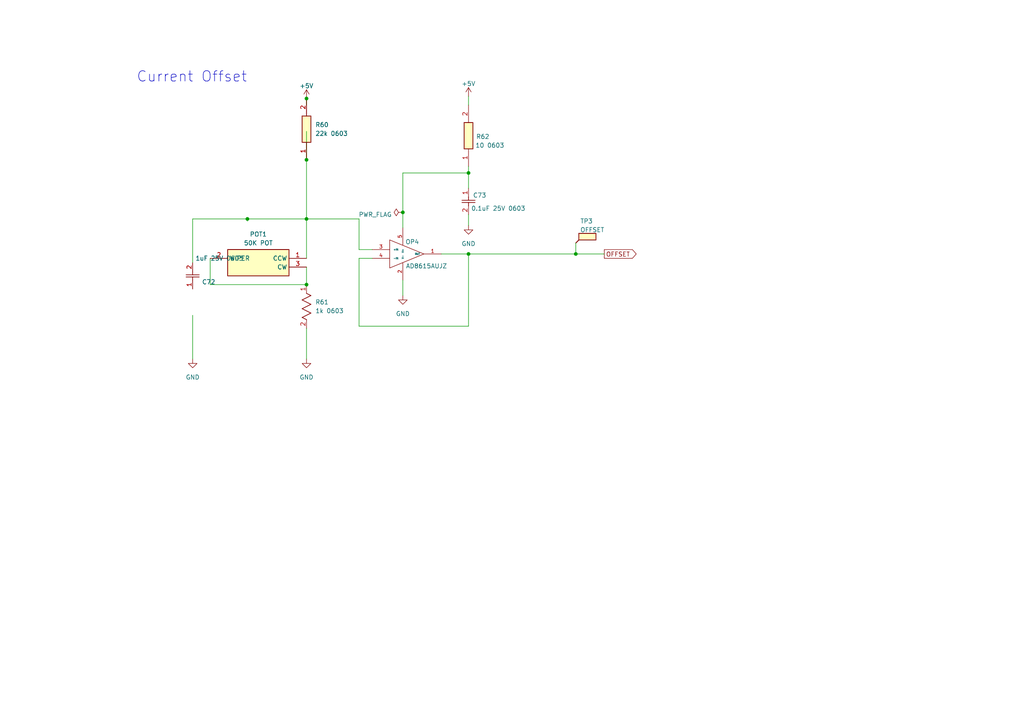
<source format=kicad_sch>
(kicad_sch (version 20231120) (generator "eeschema") (generator_version "8.0")
  (paper "A4")
  (lib_symbols
    (symbol "AD8615:AD8615AUJZ" (pin_names (offset 1.016))
      (property "Reference" "OP" (at 3.556 -12.954 0))
      (property "Value" "AD8615AUJZ" (at 8.128 -21.59 0))
      (symbol "AD8615AUJZ_0_0"
        (pin output line (at 11.176 -17.78 180) (length 5.08) (name "OUT") (number "1"))
        (pin power_in line (at 0 -25.4 90) (length 5.08) (name "V-") (number "2"))
        (pin input line (at -8.89 -16.51 0) (length 5.08) (name "+IN") (number "3"))
        (pin input line (at -8.89 -19.05 0) (length 5.08) (name "-IN") (number "4"))
        (pin power_in line (at 0 -10.16 270) (length 5.08) (name "V+") (number "5"))
      )
      (symbol "AD8615AUJZ_0_1"
        (polyline (pts (xy -3.81 -13.716) (xy -3.81 -21.844) (xy 6.096 -17.78) (xy -3.81 -13.716)))
      )
    )
    (symbol "C0603C105K3RAC7411:C0603C105K3RAC7411" (pin_names (offset 0.254))
      (property "Reference" "C" (at 3.81 3.81 0))
      (property "Value" "C0603C105K3RAC7411" (at 3.81 -3.81 0))
      (symbol "C0603C105K3RAC7411_1_1"
        (polyline (pts (xy 2.54 0) (xy 3.4798 0)) (stroke (width 0.2032)))
        (polyline (pts (xy 3.4798 -1.905) (xy 3.4798 1.905)) (stroke (width 0.2032)))
        (polyline (pts (xy 4.1148 -1.905) (xy 4.1148 1.905)) (stroke (width 0.2032)))
        (polyline (pts (xy 4.1148 0) (xy 5.08 0)) (stroke (width 0.2032)))
        (pin unspecified line (at 0 0 0) (length 2.54) (name "") (number "1"))
        (pin unspecified line (at 7.62 0 180) (length 2.54) (name "") (number "2"))
      )
      (symbol "C0603C105K3RAC7411_1_2"
        (polyline (pts (xy -1.905 -4.1148) (xy 1.905 -4.1148)) (stroke (width 0.2032)))
        (polyline (pts (xy -1.905 -3.4798) (xy 1.905 -3.4798)) (stroke (width 0.2032)))
        (polyline (pts (xy 0 -4.1148) (xy 0 -5.08)) (stroke (width 0.2032)))
        (polyline (pts (xy 0 -2.54) (xy 0 -3.4798)) (stroke (width 0.2032)))
        (pin unspecified line (at 0 0 270) (length 2.54) (name "") (number "1"))
        (pin unspecified line (at 0 -7.62 90) (length 2.54) (name "") (number "2"))
      )
    )
    (symbol "C0603X104M3RAUTO:C0603X104M3RACTU" (pin_names (offset 0.254))
      (property "Reference" "C" (at 3.81 3.81 0))
      (property "Value" "C0603X104M3RACTU" (at 3.81 -3.81 0))
      (symbol "C0603X104M3RACTU_1_1"
        (polyline (pts (xy 2.54 0) (xy 3.4798 0)) (stroke (width 0.2032)))
        (polyline (pts (xy 3.4798 -1.905) (xy 3.4798 1.905)) (stroke (width 0.2032)))
        (polyline (pts (xy 4.1148 -1.905) (xy 4.1148 1.905)) (stroke (width 0.2032)))
        (polyline (pts (xy 4.1148 0) (xy 5.08 0)) (stroke (width 0.2032)))
        (pin unspecified line (at 0 0 0) (length 2.54) (name "") (number "1"))
        (pin unspecified line (at 7.62 0 180) (length 2.54) (name "") (number "2"))
      )
      (symbol "C0603X104M3RACTU_1_2"
        (polyline (pts (xy -1.905 -4.1148) (xy 1.905 -4.1148)) (stroke (width 0.2032)))
        (polyline (pts (xy -1.905 -3.4798) (xy 1.905 -3.4798)) (stroke (width 0.2032)))
        (polyline (pts (xy 0 -4.1148) (xy 0 -5.08)) (stroke (width 0.2032)))
        (polyline (pts (xy 0 -2.54) (xy 0 -3.4798)) (stroke (width 0.2032)))
        (pin unspecified line (at 0 0 270) (length 2.54) (name "") (number "1"))
        (pin unspecified line (at 0 -7.62 90) (length 2.54) (name "") (number "2"))
      )
    )
    (symbol "Connector:TestPoint_Flag" (pin_numbers hide) (pin_names (offset 0.762) hide)
      (property "Reference" "TP" (at 3.429 1.778 0))
      (property "Value" "TestPoint_Flag" (at 3.302 4.191 0))
      (symbol "TestPoint_Flag_0_1"
        (polyline (pts (xy 0 0) (xy 0.889 0.889)) (stroke (width 0.254)))
        (rectangle (start 0.889 2.794) (end 5.842 0.889) (stroke (width 0.254)) (fill (type background)))
      )
      (symbol "TestPoint_Flag_1_1"
        (pin passive line (at 0 0 90) (length 0) (name "1") (number "1"))
      )
    )
    (symbol "ERJ-PA3J100V:ERJ-PA3J100V" (pin_names hide)
      (property "Reference" "R" (at 13.97 6.35 0))
      (property "Value" "ERJ-PA3J100V" (at 13.97 3.81 0))
      (symbol "ERJ-PA3J100V_1_1"
        (rectangle (start 5.08 1.27) (end 12.7 -1.27) (stroke (width 0.254)) (fill (type background)))
        (pin passive line (at 0 0 0) (length 5.08) (name "1") (number "1"))
        (pin passive line (at 17.78 0 180) (length 5.08) (name "2") (number "2"))
      )
    )
    (symbol "ERJPA3F2202V:ERJPA3F2202V" (pin_names hide)
      (property "Reference" "R" (at 13.97 6.35 0))
      (property "Value" "ERJPA3F2202V" (at 13.97 3.81 0))
      (symbol "ERJPA3F2202V_1_1"
        (rectangle (start 5.08 1.27) (end 12.7 -1.27) (stroke (width 0.254)) (fill (type background)))
        (pin passive line (at 0 0 0) (length 5.08) (name "1") (number "1"))
        (pin passive line (at 17.78 0 180) (length 5.08) (name "2") (number "2"))
      )
    )
    (symbol "RCA06031K00FKEAHP:RCA06031K00FKEAHP" (pin_names (offset 0.254))
      (property "Reference" "R" (at 5.715 3.81 0))
      (property "Value" "RCA06031K00FKEAHP" (at 6.35 -3.81 0))
      (symbol "RCA06031K00FKEAHP_1_1"
        (polyline (pts (xy 2.54 0) (xy 3.175 1.27)) (stroke (width 0.2032)))
        (polyline (pts (xy 3.175 1.27) (xy 4.445 -1.27)) (stroke (width 0.2032)))
        (polyline (pts (xy 4.445 -1.27) (xy 5.715 1.27)) (stroke (width 0.2032)))
        (polyline (pts (xy 5.715 1.27) (xy 6.985 -1.27)) (stroke (width 0.2032)))
        (polyline (pts (xy 6.985 -1.27) (xy 8.255 1.27)) (stroke (width 0.2032)))
        (polyline (pts (xy 8.255 1.27) (xy 9.525 -1.27)) (stroke (width 0.2032)))
        (polyline (pts (xy 9.525 -1.27) (xy 10.16 0)) (stroke (width 0.2032)))
        (pin unspecified line (at 0 0 0) (length 2.54) (name "") (number "1"))
        (pin unspecified line (at 12.7 0 180) (length 2.54) (name "") (number "2"))
      )
      (symbol "RCA06031K00FKEAHP_1_2"
        (polyline (pts (xy -1.27 3.175) (xy 1.27 4.445)) (stroke (width 0.2032)))
        (polyline (pts (xy -1.27 5.715) (xy 1.27 6.985)) (stroke (width 0.2032)))
        (polyline (pts (xy -1.27 8.255) (xy 1.27 9.525)) (stroke (width 0.2032)))
        (polyline (pts (xy 0 2.54) (xy -1.27 3.175)) (stroke (width 0.2032)))
        (polyline (pts (xy 1.27 4.445) (xy -1.27 5.715)) (stroke (width 0.2032)))
        (polyline (pts (xy 1.27 6.985) (xy -1.27 8.255)) (stroke (width 0.2032)))
        (polyline (pts (xy 1.27 9.525) (xy 0 10.16)) (stroke (width 0.2032)))
        (pin unspecified line (at 0 12.7 270) (length 2.54) (name "") (number "1"))
        (pin unspecified line (at 0 0 90) (length 2.54) (name "") (number "2"))
      )
    )
    (symbol "SM-42TW503:SM-42TW503"
      (property "Reference" "VR" (at 24.13 7.62 0))
      (property "Value" "SM-42TW503" (at 24.13 5.08 0))
      (symbol "SM-42TW503_1_1"
        (rectangle (start 5.08 2.54) (end 22.86 -5.08) (stroke (width 0.254)) (fill (type background)))
        (pin passive line (at 0 0 0) (length 5.08) (name "CCW") (number "1"))
        (pin passive line (at 27.94 0 180) (length 5.08) (name "WIPER") (number "2"))
        (pin passive line (at 0 -2.54 0) (length 5.08) (name "CW") (number "3"))
      )
    )
    (symbol "power:+5V" (power) (pin_names (offset 0))
      (property "Value" "+5V" (at 0 3.556 0))
      (symbol "+5V_0_1"
        (polyline (pts (xy -0.762 1.27) (xy 0 2.54)))
        (polyline (pts (xy 0 0) (xy 0 2.54)))
        (polyline (pts (xy 0 2.54) (xy 0.762 1.27)))
      )
      (symbol "+5V_1_1"
        (pin power_in line (at 0 0 90) (length 0) hide (name "+5V") (number "1"))
      )
    )
    (symbol "power:GND" (power) (pin_names (offset 0))
      (property "Value" "GND" (at 0 -3.81 0))
      (symbol "GND_0_1"
        (polyline (pts (xy 0 0) (xy 0 -1.27) (xy 1.27 -1.27) (xy 0 -2.54) (xy -1.27 -1.27) (xy 0 -1.27)))
      )
      (symbol "GND_1_1"
        (pin power_in line (at 0 0 270) (length 0) hide (name "GND") (number "1"))
      )
    )
    (symbol "power:PWR_FLAG" (power) (pin_numbers hide) (pin_names (offset 0) hide)
      (property "Value" "PWR_FLAG" (at 0 3.81 0))
      (symbol "PWR_FLAG_0_0"
        (pin power_out line (at 0 0 90) (length 0) (name "pwr") (number "1"))
      )
      (symbol "PWR_FLAG_0_1"
        (polyline (pts (xy 0 0) (xy 0 1.27) (xy -1.016 1.905) (xy 0 2.54) (xy 1.016 1.905) (xy 0 1.27)))
      )
    )
  )
  (junction (at 88.9 82.55))
  (junction (at 167.005 73.66))
  (junction (at 88.9 28.575))
  (junction (at 71.755 63.5))
  (junction (at 135.89 50.165))
  (junction (at 88.9 63.5))
  (junction (at 88.9 46.355))
  (junction (at 135.89 73.66))
  (junction (at 116.84 61.595))
  (wire (pts (xy 128.016 73.66) (xy 135.89 73.66)))
  (wire (pts (xy 135.89 27.94) (xy 135.89 30.48)))
  (wire (pts (xy 116.84 66.04) (xy 116.84 61.595)))
  (wire (pts (xy 107.95 72.39) (xy 104.14 72.39)))
  (wire (pts (xy 104.14 74.93) (xy 107.95 74.93)))
  (wire (pts (xy 167.005 73.66) (xy 175.26 73.66)))
  (wire (pts (xy 60.96 74.93) (xy 60.96 82.55)))
  (wire (pts (xy 116.84 81.28) (xy 116.84 85.725)))
  (wire (pts (xy 88.9 63.5) (xy 88.9 74.93)))
  (wire (pts (xy 88.9 63.5) (xy 71.755 63.5)))
  (wire (pts (xy 104.14 74.93) (xy 104.14 94.615)))
  (wire (pts (xy 135.89 62.23) (xy 135.89 65.405)))
  (wire (pts (xy 60.96 82.55) (xy 88.9 82.55)))
  (wire (pts (xy 88.9 46.355) (xy 88.9 63.5)))
  (wire (pts (xy 135.89 48.26) (xy 135.89 50.165)))
  (wire (pts (xy 116.84 61.595) (xy 116.84 50.165)))
  (wire (pts (xy 55.88 91.44) (xy 55.88 104.14)))
  (wire (pts (xy 104.14 94.615) (xy 135.89 94.615)))
  (wire (pts (xy 71.755 64.135) (xy 71.755 63.5)))
  (wire (pts (xy 116.84 50.165) (xy 135.89 50.165)))
  (wire (pts (xy 135.89 50.165) (xy 135.89 54.61)))
  (wire (pts (xy 88.9 77.47) (xy 88.9 82.55)))
  (wire (pts (xy 88.9 63.5) (xy 104.14 63.5)))
  (wire (pts (xy 88.9 38.1) (xy 88.9 46.355)))
  (wire (pts (xy 167.005 70.485) (xy 167.005 73.66)))
  (wire (pts (xy 135.89 73.66) (xy 135.89 94.615)))
  (wire (pts (xy 71.755 63.5) (xy 55.88 63.5)))
  (wire (pts (xy 88.9 104.14) (xy 88.9 95.25)))
  (wire (pts (xy 104.14 72.39) (xy 104.14 63.5)))
  (wire (pts (xy 135.89 73.66) (xy 167.005 73.66)))
  (wire (pts (xy 88.9 28.575) (xy 88.9 30.48)))
  (wire (pts (xy 55.88 63.5) (xy 55.88 76.2)))
  (text "Current Offset" (at 71.755 24.13 0) (effects (font (size 3 3)) (justify right bottom)))
  (global_label "OFFSET" (shape output) (at 175.26 73.66 0) (property "Intersheetrefs" "${INTERSHEET_REFS}" (effects (hide yes))))
  (symbol (lib_id "ERJPA3F2202V:ERJPA3F2202V") (at 88.9 46.355 90) (unit 1)
    (property "Reference" "R60" (at 91.44 36.1949 90) (effects (justify right)))
    (property "Value" "22k 0603" (at 91.44 38.7349 90) (effects (justify right)))
    (property "Footprint" "just-footprints:RESC1608X55N" (effects (hide yes)))
    (property "Datasheet" "https://industrial.panasonic.com/cdbs/www-data/pdf/RDA0000/AOA0000C243.pdf" (effects (hide yes)))
    (property "Description" "Panasonic ERJPA3 Series Thick Film Surface Mount Resistor 0603 Case 22k +/-1% 0.25W +/-100ppm/C" (effects (hide yes)))
    (property "Height" "0.55" (effects (hide yes)))
    (property "Manufacturer_Name" "Panasonic" (effects (hide yes)))
    (property "Manufacturer_Part_Number" "ERJPA3F2202V" (effects (hide yes)))
  )
  (symbol (lib_id "power:+5V") (at 88.9 28.575 0) (unit 1)
    (property "Reference" "#PWR044" (effects (hide yes)))
    (property "Value" "+5V" (at 88.9 24.9174 0))
  )
  (symbol (lib_id "RCA06031K00FKEAHP:RCA06031K00FKEAHP") (at 88.9 82.55 270) (unit 1)
    (property "Reference" "R61" (at 91.44 87.6299 90) (effects (justify left)))
    (property "Value" "1k 0603" (at 91.44 90.1699 90) (effects (justify left)))
    (property "Footprint" "just-footprints:RES_RCA0603_VIS" (effects (hide yes)))
    (property "Datasheet" "RCA06031K00FKEAHP" (effects (hide yes)))
  )
  (symbol (lib_id "power:GND") (at 55.88 104.14 0) (unit 1)
    (property "Reference" "#PWR043" (effects (hide yes)))
    (property "Value" "GND" (at 55.88 109.4232 0))
  )
  (symbol (lib_id "Connector:TestPoint_Flag") (at 167.005 70.485 0) (unit 1)
    (property "Reference" "TP3" (at 168.275 64.135 0) (effects (justify left)))
    (property "Value" "OFFSET" (at 168.275 66.675 0) (effects (justify left)))
  )
  (symbol (lib_id "C0603X104M3RAUTO:C0603X104M3RACTU") (at 135.89 54.61 270) (unit 1)
    (property "Reference" "C73" (at 137.16 56.642 90) (effects (justify left)))
    (property "Value" "0.1uF 25V 0603" (at 136.652 60.452 90) (effects (justify left)))
    (property "Footprint" "just-footprints:CAPC17795_95N_KEM" (effects (hide yes)))
    (property "Datasheet" "C0603X104M3RACTU" (effects (hide yes)))
  )
  (symbol (lib_id "C0603C105K3RAC7411:C0603C105K3RAC7411") (at 55.88 83.82 90) (unit 1)
    (property "Reference" "C72" (at 62.484 81.788 90) (effects (justify left)))
    (property "Value" "1uF 25V 0603" (at 70.612 74.93 90) (effects (justify left)))
    (property "Footprint" "just-footprints:CAPC17595_95N_KEM" (effects (hide yes)))
    (property "Datasheet" "C0603C105K3RAC7411" (effects (hide yes)))
    (property "Description" "Unpolarized capacitor" (effects (hide yes)))
  )
  (symbol (lib_id "ERJ-PA3J100V:ERJ-PA3J100V") (at 135.89 48.26 90) (unit 1)
    (property "Reference" "R62" (at 141.986 39.624 90) (effects (justify left)))
    (property "Value" "10 0603" (at 146.304 42.164 90) (effects (justify left)))
    (property "Footprint" "ERJP03_PA3_(0603)" (effects (hide yes)))
    (property "Datasheet" "https://industrial.panasonic.com/cdbs/www-data/pdf/RDO0000/AOA0000C331.pdf" (effects (hide yes)))
    (property "Description" "Thick Film Resistors - SMD 0603 10ohm 5% Anti-Surge AEC-Q200" (effects (hide yes)))
    (property "Height" "0.55" (effects (hide yes)))
    (property "Mouser Part Number" "667-ERJ-PA3J100V" (effects (hide yes)))
    (property "Mouser Price/Stock" "https://www.mouser.co.uk/ProductDetail/Panasonic/ERJ-PA3J100V?qs=BzJM0faLVqVV40ORhAVErw%3D%3D" (effects (hide yes)))
    (property "Manufacturer_Name" "Panasonic" (effects (hide yes)))
    (property "Manufacturer_Part_Number" "ERJ-PA3J100V" (effects (hide yes)))
  )
  (symbol (lib_id "power:GND") (at 116.84 85.725 0) (unit 1)
    (property "Reference" "#PWR046" (effects (hide yes)))
    (property "Value" "GND" (at 116.84 91.0082 0))
  )
  (symbol (lib_id "power:GND") (at 88.9 104.14 0) (unit 1)
    (property "Reference" "#PWR045" (effects (hide yes)))
    (property "Value" "GND" (at 88.9 109.4232 0))
  )
  (symbol (lib_id "power:GND") (at 135.89 65.405 0) (unit 1)
    (property "Reference" "#PWR048" (effects (hide yes)))
    (property "Value" "GND" (at 135.89 70.6882 0))
  )
  (symbol (lib_id "AD8615:AD8615AUJZ") (at 116.84 55.88 0) (unit 1)
    (property "Reference" "OP4" (at 119.5832 70.1548 0))
    (property "Value" "AD8615AUJZ" (at 123.698 77.1652 0))
    (property "Footprint" "AD8615AUJZ:SOT95P280X100-5N" (effects (hide yes)))
    (property "Description" "\nPrecision 20 MHz CMOS Single RRIO Operational Amplifier\n" (effects (hide yes)))
    (property "MF" "Analog Devices" (effects (hide yes)))
    (property "PACKAGE" "SOT-23-5" (effects (hide yes)))
    (property "MPN" "AD8615AUJZ" (effects (hide yes)))
    (property "Price" "None" (effects (hide yes)))
    (property "Package" "TSOT-5 Analog Devices" (effects (hide yes)))
    (property "OC_FARNELL" "9079408" (effects (hide yes)))
    (property "SnapEDA_Link" "https://www.snapeda.com/parts/AD8615AUJZ-REEL7/Analog+Devices/view-part/?ref=snap" (effects (hide yes)))
    (property "MP" "AD8615AUJZ-REEL7" (effects (hide yes)))
    (property "Purchase-URL" "https://www.snapeda.com/api/url_track_click_mouser/?unipart_id=45535&manufacturer=Analog Devices&part_name=AD8615AUJZ-REEL7&search_term=ad8615" (effects (hide yes)))
    (property "SUPPLIER" "Analog Devices" (effects (hide yes)))
    (property "OC_NEWARK" "31M4569" (effects (hide yes)))
    (property "Availability" "In Stock" (effects (hide yes)))
    (property "Check_prices" "https://www.snapeda.com/parts/AD8615AUJZ-REEL7/Analog+Devices/view-part/?ref=eda" (effects (hide yes)))
  )
  (symbol (lib_id "power:PWR_FLAG") (at 116.84 61.595 90) (unit 1)
    (property "Reference" "#FLG04" (effects (hide yes)))
    (property "Value" "PWR_FLAG" (at 113.665 62.23 90) (effects (justify left)))
  )
  (symbol (lib_id "power:+5V") (at 135.89 27.94 0) (unit 1)
    (property "Reference" "#PWR047" (effects (hide yes)))
    (property "Value" "+5V" (at 135.89 24.2824 0))
  )
  (symbol (lib_id "SM-42TW503:SM-42TW503") (at 88.9 74.93 0) (mirror y) (unit 1)
    (property "Reference" "POT1" (at 74.93 67.945 0))
    (property "Value" "50K POT" (at 74.93 70.485 0))
    (property "Footprint" "just-footprints:SM42TW503" (effects (hide yes)))
    (property "Datasheet" "https://www.nidec-copal-electronics.com/e/catalog/trimmer/sm-42&sm-43.pdf" (effects (hide yes)))
    (property "Description" "NIDEC COPAL ELECTRONICS - SM-42TW503 - TRIMMER POT, CERMET, 50K, 11TURN, SMD" (effects (hide yes)))
    (property "Height" "5.6" (effects (hide yes)))
    (property "Mouser Part Number" "229-SM-42TW503" (effects (hide yes)))
    (property "Mouser Price/Stock" "https://www.mouser.co.uk/ProductDetail/Nidec-Components/SM-42TW503?qs=XeJtXLiO41Qnqb6etNvpkw%3D%3D" (effects (hide yes)))
    (property "Manufacturer_Name" "Nidec Copal" (effects (hide yes)))
    (property "Manufacturer_Part_Number" "SM-42TW503" (effects (hide yes)))
  )
)
</source>
